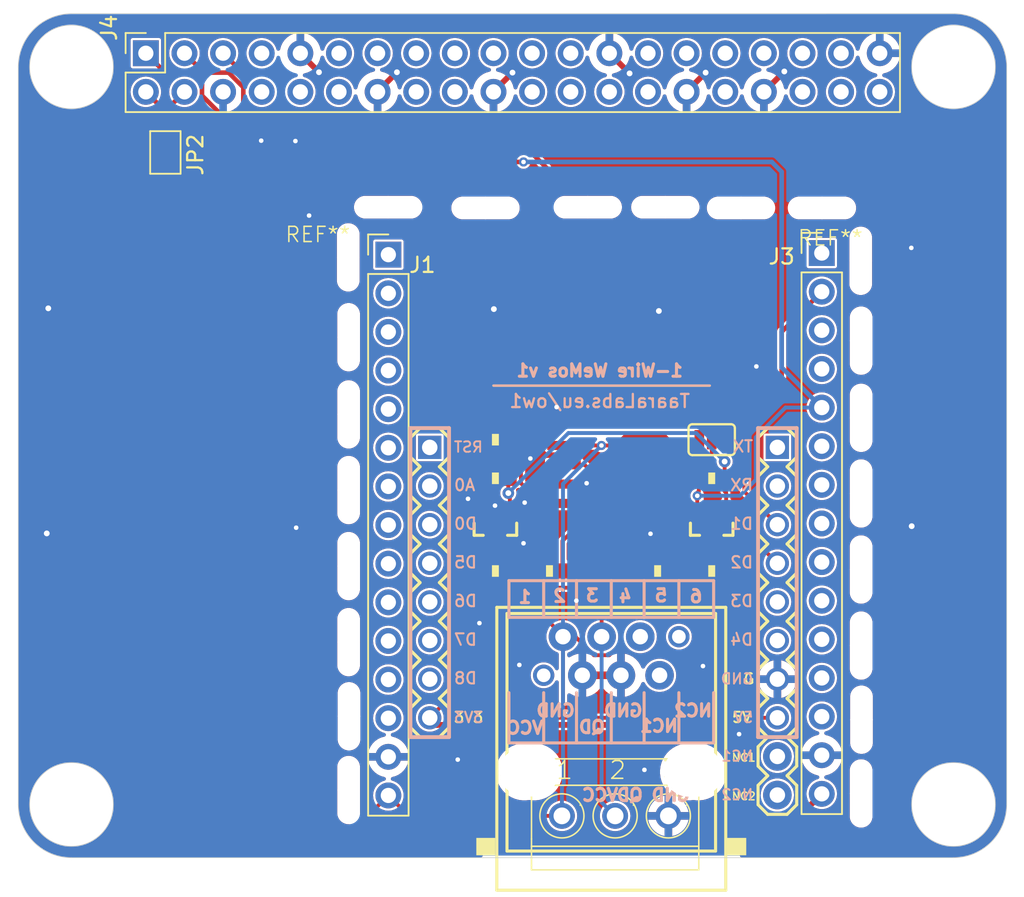
<source format=kicad_pcb>
(kicad_pcb (version 20240108) (generator "pcbnew") (generator_version "8.0")
  (layers (0 "F.Cu" signal) (31 "B.Cu" signal) (34 "B.Paste" user) (35 "F.Paste" user) (36 "B.SilkS" user "B.Silkscreen") (37 "F.SilkS" user "F.Silkscreen") (38 "B.Mask" user) (39 "F.Mask" user) (44 "Edge.Cuts" user))
  (net 0 "")
  (net 1 "/RST")
  (net 2 "GND")
  (net 3 "/A0")
  (net 4 "/D8")
  (net 5 "/D5")
  (net 6 "/D0")
  (net 7 "+3.3V")
  (net 8 "/D7")
  (net 9 "/D6")
  (net 10 "/SCL")
  (net 11 "/D4")
  (net 12 "/D3")
  (net 13 "+5V")
  (net 14 "/TX")
  (net 15 "/SDA")
  (net 16 "/RX")
  (net 17 "/IO")
  (net 18 "/PCTLZ")
  (net 19 "/SDAH")
  (net 20 "/AD0")
  (net 21 "/SCLH")
  (net 22 "/D10")
  (net 25 "/D9")
  (net 28 "/NC1")
  (net 29 "/OW")
  (net 30 "/NC2")
  (net 31 "/RX2")
  (net 32 "/CS")
  (net 33 "/D2")
  (net 34 "/MISO")
  (net 35 "/TX2")
  (net 36 "/MOSI")
  (net 37 "/CLK")
  (net 38 "Net-(Q1-S)")
  (net 46 "Net-(J4-Pin_2)")
  (footprint "" (layer "F.Cu") (at 131.725 103.225)
    (property "Reference" "")
    (property "Value" "")
  )
  (footprint "" (layer "F.Cu") (at 162.85 79.675 90)
    (property "Reference" "")
    (property "Value" "")
  )
  (footprint "1-WireWeMos:0603-RES" (layer "F.Cu") (at 141.376 94.912)
    (property "Reference" "R6" (hide yes))
    (property "Value" "10K")
  )
  (footprint "1-WireWeMos:1X08" (layer "F.Cu") (at 159.918 95.42 -90)
    (property "Reference" "H2" (hide yes))
    (property "Value" "M08")
  )
  (footprint "1-WireWeMos:0603-RES" (layer "F.Cu") (at 141.376 103.548 180)
    (property "Reference" "R7" (hide yes))
    (property "Value" "4.7K")
  )
  (footprint "Connector_PinSocket_2.54mm:PinSocket_2x20_P2.54mm_Vertical" (layer "F.Cu") (at 118.39 69.5 90)
    (property "Reference" "J4")
    (property "Value" "Conn_02x20" (hide yes))
  )
  (footprint "" (layer "F.Cu") (at 165.45 113.325)
    (property "Reference" "")
    (property "Value" "")
  )
  (footprint "" (layer "F.Cu") (at 131.75 113.1)
    (property "Reference" "")
    (property "Value" "")
  )
  (footprint "1-WireWeMos:0603-RES" (layer "F.Cu") (at 152.044 103.548)
    (property "Reference" "R2" (hide yes))
    (property "Value" "120R")
  )
  (footprint "1-WireWeMos:SOT23_401" (layer "F.Cu") (at 148.488 103.548 180)
    (property "Reference" "Q1" (hide yes))
    (property "Value" "BSS84")
  )
  (footprint "" (layer "F.Cu") (at 165.425 98.45)
    (property "Reference" "")
    (property "Value" "")
  )
  (footprint "" (layer "F.Cu") (at 131.725 93.25)
    (property "Reference" "")
    (property "Value" "")
  )
  (footprint "1-WireWeMos:1X08" (layer "F.Cu") (at 137.058 95.42 -90)
    (property "Reference" "H1" (hide yes))
    (property "Value" "M08")
  )
  (footprint "1-WireWeMos:0603-RES" (layer "F.Cu") (at 144.932 103.548 180)
    (property "Reference" "R1" (hide yes))
    (property "Value" "120R")
  )
  (footprint "1-WireWeMos:0603-RES" (layer "F.Cu") (at 141.376 97.452 180)
    (property "Reference" "R5" (hide yes))
    (property "Value" "10K")
  )
  (footprint "1-WireWeMos:TERMINAL-BLOCK-3-PIN-3.5MM-ROUND-PAD" (layer "F.Cu") (at 149.25 119.55)
    (property "Reference" "X2" (hide yes))
    (property "Value" "TERMINAL-BLOCK-3.5MM-3-PIN-ROUND-PAD" (hide yes))
  )
  (footprint "1-WireWeMos:SJ_3_PASTE1&2" (layer "F.Cu") (at 155.6 94.912 180)
    (property "Reference" "SJ1" (hide yes))
    (property "Value" "ADDR")
  )
  (footprint "1-WireWeMos:pad" (layer "F.Cu") (at 131.7 82.925)
    (property "Reference" "REF**")
    (property "Value" "pad")
  )
  (footprint "" (layer "F.Cu") (at 140.725 79.675 90)
    (property "Reference" "")
    (property "Value" "")
  )
  (footprint "" (layer "F.Cu") (at 131.725 98.225)
    (property "Reference" "")
    (property "Value" "")
  )
  (footprint "Jumper:SolderJumper-2_P1.3mm_Bridged2Bar_Pad1.0x1.5mm" (layer "F.Cu") (at 119.675 76.025 -90)
    (property "Reference" "JP2")
    (property "Value" "SolderJumper_2_Open" (hide yes))
  )
  (footprint "" (layer "F.Cu") (at 165.425 118.175)
    (property "Reference" "")
    (property "Value" "")
  )
  (footprint "1-WireWeMos:SO08" (layer "F.Cu") (at 148.488 97.198 -90)
    (property "Reference" "IC1" (hide yes))
    (property "Value" "DS2482-100")
  )
  (footprint "" (layer "F.Cu") (at 165.425 103.45)
    (property "Reference" "")
    (property "Value" "")
  )
  (footprint "1-WireWeMos:pad" (layer "F.Cu") (at 165.4 83.15)
    (property "Reference" "REF**")
    (property "Value" "pad")
  )
  (footprint "Connector_PinHeader_2.54mm:PinHeader_1x15_P2.54mm_Vertical" (layer "F.Cu") (at 162.8369 82.64145)
    (property "Reference" "J3")
    (property "Value" "Conn_01x15_Pin" (hide yes))
  )
  (footprint "" (layer "F.Cu") (at 165.425 88.4)
    (property "Reference" "")
    (property "Value" "")
  )
  (footprint "1-WireWeMos:RJ11-6" (layer "F.Cu") (at 143.916 116.756)
    (property "Reference" "J2" (hide yes))
    (property "Value" "RJ11-6PTH" (hide yes))
  )
  (footprint "" (layer "F.Cu") (at 147.45 79.625 90)
    (property "Reference" "")
    (property "Value" "")
  )
  (footprint "1-WireWeMos:1X02" (layer "F.Cu") (at 159.918 115.74 -90)
    (property "Reference" "JP1" (hide yes))
    (property "Value" "M02PTH")
  )
  (footprint "1-WireWeMos:0603-RES" (layer "F.Cu") (at 155.6 103.548)
    (property "Reference" "R4" (hide yes))
    (property "Value" "10K")
  )
  (footprint "" (layer "F.Cu") (at 165.425 93.475)
    (property "Reference" "")
    (property "Value" "")
  )
  (footprint "1-WireWeMos:0603-RES" (layer "F.Cu") (at 155.6 97.452 180)
    (property "Reference" "R3" (hide yes))
    (property "Value" "10K")
  )
  (footprint "" (layer "F.Cu") (at 131.725 88.175)
    (property "Reference" "")
    (property "Value" "")
  )
  (footprint "Connector_PinHeader_2.54mm:PinHeader_1x15_P2.54mm_Vertical" (layer "F.Cu") (at 134.3369 82.74645)
    (property "Reference" "J1")
    (property "Value" "Conn_01x15_Pin" (hide yes))
  )
  (footprint "" (layer "F.Cu") (at 165.425 108.45)
    (property "Reference" "")
    (property "Value" "")
  )
  (footprint "" (layer "F.Cu") (at 131.725 117.95)
    (property "Reference" "")
    (property "Value" "")
  )
  (footprint "" (layer "F.Cu") (at 134.325 79.625 90)
    (property "Reference" "")
    (property "Value" "")
  )
  (footprint "1-WireWeMos:RJ45-NO-SHIELD_193" (layer "F.Cu") (at 148.996 116.756)
    (property "Reference" "X1" (hide yes))
    (property "Value" "RJ45" (hide yes))
    (fp_line (start 8.4455 5.5118) (end -8.4455 5.5118) (stroke (width 0.01)) (layer "Edge.Cuts"))
  )
  (footprint "1-WireWeMos:SOT23-3" (layer "F.Cu") (at 155.6 100.5 180)
    (property "Reference" "Q2" (hide yes))
    (property "Value" "BSS138")
  )
  (footprint "" (layer "F.Cu") (at 157.525 79.675 90)
    (property "Reference" "")
    (property "Value" "")
  )
  (footprint "1-WireWeMos:SOT23-3" (layer "F.Cu") (at 141.376 100.5 180)
    (property "Reference" "Q3" (hide yes))
    (property "Value" "BSS138")
  )
  (footprint "" (layer "F.Cu") (at 152.55 79.625 90)
    (property "Reference" "")
    (property "Value" "")
  )
  (footprint "" (layer "F.Cu") (at 131.725 108.225)
    (property "Reference" "")
    (property "Value" "")
  )
  (gr_line (start 155.727 114.851) (end 155.727 111.549) (stroke (width 0.2032)) (layer "B.SilkS"))
  (gr_line (start 153.441 106.596) (end 153.441 104.183) (stroke (width 0.2032)) (layer "B.SilkS"))
  (gr_line (start 151.155 106.596) (end 151.155 104.183) (stroke (width 0.2032)) (layer "B.SilkS"))
  (gr_line (start 151.155 104.183) (end 148.996 104.183) (stroke (width 0.2032)) (layer "B.SilkS"))
  (gr_line (start 138.328 94.15) (end 138.328 114.47) (stroke (width 0.254)) (layer "B.SilkS"))
  (gr_line (start 161.188 114.47) (end 158.648 114.47) (stroke (width 0.254)) (layer "B.SilkS"))
  (gr_line (start 144.551 114.851) (end 144.551 111.549) (stroke (width 0.2032)) (layer "B.SilkS"))
  (gr_line (start 146.71 114.851) (end 148.996 114.851) (stroke (width 0.2032)) (layer "B.SilkS"))
  (gr_line (start 153.441 104.183) (end 151.155 104.183) (stroke (width 0.2032)) (layer "B.SilkS"))
  (gr_line (start 151.155 114.851) (end 151.155 111.549) (stroke (width 0.2032)) (layer "B.SilkS"))
  (gr_line (start 142.265 114.851) (end 142.265 111.549) (stroke (width 0.2032)) (layer "B.SilkS"))
  (gr_line (start 155.473 91.356) (end 141.249 91.356) (stroke (width 0.1524)) (layer "B.SilkS"))
  (gr_line (start 138.328 114.47) (end 135.788 114.47) (stroke (width 0.254)) (layer "B.SilkS"))
  (gr_line (start 148.996 106.596) (end 148.996 104.183) (stroke (width 0.2032)) (layer "B.SilkS"))
  (gr_line (start 148.996 114.851) (end 151.155 114.851) (stroke (width 0.2032)) (layer "B.SilkS"))
  (gr_line (start 144.551 104.183) (end 142.265 104.183) (stroke (width 0.2032)) (layer "B.SilkS"))
  (gr_line (start 142.265 106.596) (end 142.265 104.183) (stroke (width 0.2032)) (layer "B.SilkS"))
  (gr_line (start 146.71 106.596) (end 146.71 104.183) (stroke (width 0.2032)) (layer "B.SilkS"))
  (gr_line (start 148.996 104.183) (end 146.71 104.183) (stroke (width 0.2032)) (layer "B.SilkS"))
  (gr_line (start 144.551 114.851) (end 146.71 114.851) (stroke (width 0.2032)) (layer "B.SilkS"))
  (gr_line (start 161.188 94.15) (end 161.188 114.47) (stroke (width 0.254)) (layer "B.SilkS"))
  (gr_line (start 135.788 94.15) (end 138.328 94.15) (stroke (width 0.254)) (layer "B.SilkS"))
  (gr_line (start 148.996 114.851) (end 148.996 111.549) (stroke (width 0.2032)) (layer "B.SilkS"))
  (gr_line (start 135.788 114.47) (end 135.788 94.15) (stroke (width 0.254)) (layer "B.SilkS"))
  (gr_line (start 146.71 104.183) (end 144.551 104.183) (stroke (width 0.2032)) (layer "B.SilkS"))
  (gr_line (start 144.551 106.469) (end 144.551 104.183) (stroke (width 0.2032)) (layer "B.SilkS"))
  (gr_line (start 155.727 104.183) (end 153.441 104.183) (stroke (width 0.2032)) (layer "B.SilkS"))
  (gr_line (start 155.727 106.596) (end 155.727 104.183) (stroke (width 0.2032)) (layer "B.SilkS"))
  (gr_line (start 158.648 94.15) (end 161.188 94.15) (stroke (width 0.254)) (layer "B.SilkS"))
  (gr_line (start 146.71 114.851) (end 146.71 111.549) (stroke (width 0.2032)) (layer "B.SilkS"))
  (gr_line (start 142.265 106.596) (end 155.727 106.596) (stroke (width 0.2032)) (layer "B.SilkS"))
  (gr_line (start 158.648 114.47) (end 158.648 94.15) (stroke (width 0.254)) (layer "B.SilkS"))
  (gr_line (start 151.155 114.851) (end 153.441 114.851) (stroke (width 0.2032)) (layer "B.SilkS"))
  (gr_line (start 153.441 114.851) (end 155.727 114.851) (stroke (width 0.2032)) (layer "B.SilkS"))
  (gr_line (start 142.265 114.851) (end 144.551 114.851) (stroke (width 0.2032)) (layer "B.SilkS"))
  (gr_line (start 153.441 114.851) (end 153.441 111.549) (stroke (width 0.2032)) (layer "B.SilkS"))
  (gr_line (start 141.249 91.356) (end 155.473 91.356) (stroke (width 0.1524)) (layer "F.SilkS"))
  (gr_arc (start 175 118.9) (mid 173.974874 121.374874) (end 171.5 122.4) (stroke (width 0.05)) (layer "Edge.Cuts"))
  (gr_line (start 110 70.4) (end 110 118.9) (stroke (width 0.05)) (layer "Edge.Cuts"))
  (gr_circle (center 113.5 118.9) (end 116.25 118.9) (stroke (width 0.05)) (fill none) (layer "Edge.Cuts"))
  (gr_arc (start 113.5 122.4) (mid 111.025126 121.374874) (end 110 118.9) (stroke (width 0.05)) (layer "Edge.Cuts"))
  (gr_arc (start 171.575026 66.898573) (mid 173.958712 67.905936) (end 175 70.275) (stroke (width 0.05)) (layer "Edge.Cuts"))
  (gr_line (start 171.575026 66.898573) (end 113.5 66.9) (stroke (width 0.05)) (layer "Edge.Cuts"))
  (gr_line (start 175 70.275) (end 175 118.9) (stroke (width 0.05)) (layer "Edge.Cuts"))
  (gr_circle (center 171.5 118.9) (end 174.25 118.9) (stroke (width 0.05)) (fill none) (layer "Edge.Cuts"))
  (gr_circle (center 171.5 70.4) (end 174.25 70.4) (stroke (width 0.05)) (fill none) (layer "Edge.Cuts"))
  (gr_arc (start 110 70.4) (mid 111.025126 67.925126) (end 113.5 66.9) (stroke (width 0.05)) (layer "Edge.Cuts"))
  (gr_line (start 113.5 122.4) (end 171.5 122.4) (stroke (width 0.05)) (layer "Edge.Cuts"))
  (gr_circle (center 113.5 70.4) (end 110.75 70.4) (stroke (width 0.05)) (fill none) (layer "Edge.Cuts"))
  (gr_text "TaaraLabs.eu/ow1" (at 148.234 92.88 0) (layer "B.SilkS") (effects (font (size 0.8636 0.8636) (thickness 0.1524)) (justify bottom mirror)))
  (gr_text "GND" (at 151.536 118.28 0) (layer "B.SilkS") (effects (font (size 0.8128 0.8128) (thickness 0.2032)) (justify right mirror)))
  (gr_text "GND" (at 151.155 113.2 0) (layer "B.SilkS") (effects (font (size 0.8128 0.8128) (thickness 0.2032)) (justify left bottom mirror)))
  (gr_text "2" (at 146.1119 105.66145 0) (layer "B.SilkS") (effects (font (size 0.8128 0.8128) (thickness 0.2032)) (justify left bottom mirror)))
  (gr_text "D1" (at 158.394 100.881 0) (layer "B.SilkS") (effects (font (size 0.75565 0.75565) (thickness 0.13335)) (justify left bottom mirror)))
  (gr_text "A0" (at 138.582 98.341 0) (layer "B.SilkS") (effects (font (size 0.75565 0.75565) (thickness 0.13335)) (justify right bottom mirror)))
  (gr_text "NC2" (at 158.394 118.661 0) (layer "B.SilkS") (effects (font (size 0.69088 0.69088) (thickness 0.12192)) (justify left bottom mirror)))
  (gr_text "GND" (at 158.394 111.041 0) (layer "B.SilkS") (effects (font (size 0.69088 0.69088) (thickness 0.12192)) (justify left bottom mirror)))
  (gr_text "NC1" (at 153.4869 114.21145 0) (layer "B.SilkS") (effects (font (size 0.8128 0.8128) (thickness 0.2032)) (justify left bottom mirror)))
  (gr_text "4" (at 150.4369 105.68645 0) (layer "B.SilkS") (effects (font (size 0.8128 0.8128) (thickness 0.2032)) (justify left bottom mirror)))
  (gr_text "QD" (at 148.6869 114.28645 0) (layer "B.SilkS") (effects (font (size 0.8128 0.8128) (thickness 0.2032)) (justify left bottom mirror)))
  (gr_text "RST" (at 138.582 95.801 0) (layer "B.SilkS") (effects (font (size 0.69088 0.69088) (thickness 0.12192)) (justify right bottom mirror)))
  (gr_text "D3" (at 158.394 105.961 0) (layer "B.SilkS") (effects (font (size 0.75565 0.75565) (thickness 0.13335)) (justify left bottom mirror)))
  (gr_text "D4" (at 158.394 108.501 0) (layer "B.SilkS") (effects (font (size 0.75565 0.75565) (thickness 0.13335)) (justify left bottom mirror)))
  (gr_text "1-Wire WeMos v1" (at 148.234 90.848 0) (layer "B.SilkS") (effects (font (size 0.8128 0.8128) (thickness 0.2032)) (justify bottom mirror)))
  (gr_text "TX" (at 158.394 95.801 0) (layer "B.SilkS") (effects (font (size 0.75565 0.75565) (thickness 0.13335)) (justify left bottom mirror)))
  (gr_text "D6" (at 138.582 105.961 0) (layer "B.SilkS") (effects (font (size 0.75565 0.75565) (thickness 0.13335)) (justify right bottom mirror)))
  (gr_text "6" (at 155.0869 105.68645 0) (layer "B.SilkS") (effects (font (size 0.8128 0.8128) (thickness 0.2032)) (justify left bottom mirror)))
  (gr_text "D0" (at 138.582 100.881 0) (layer "B.SilkS") (effects (font (size 0.75565 0.75565) (thickness 0.13335)) (justify right bottom mirror)))
  (gr_text "VCC" (at 144.6369 114.33645 0) (layer "B.SilkS") (effects (font (size 0.8128 0.8128) (thickness 0.2032)) (justify left bottom mirror)))
  (gr_text "D2" (at 158.394 103.421 0) (layer "B.SilkS") (effects (font (size 0.75565 0.75565) (thickness 0.13335)) (justify left bottom mirror)))
  (gr_text "GND" (at 146.71 113.2 0) (layer "B.SilkS") (effects (font (size 0.8128 0.8128) (thickness 0.2032)) (justify left bottom mirror)))
  (gr_text "1" (at 143.8369 105.73645 0) (layer "B.SilkS") (effects (font (size 0.8128 0.8128) (thickness 0.2032)) (justify left bottom mirror)))
  (gr_text "D5" (at 138.582 103.421 0) (layer "B.SilkS") (effects (font (size 0.75565 0.75565) (thickness 0.13335)) (justify right bottom mirror)))
  (gr_text "3V3" (at 138.582 113.581 0) (layer "B.SilkS") (effects (font (size 0.69088 0.69088) (thickness 0.12192)) (justify right bottom mirror)))
  (gr_text "NC1" (at 158.394 116.121 0) (layer "B.SilkS") (effects (font (size 0.69088 0.69088) (thickness 0.12192)) (justify left bottom mirror)))
  (gr_text "D8" (at 138.582 111.041 0) (layer "B.SilkS") (effects (font (size 0.75565 0.75565) (thickness 0.13335)) (justify right bottom mirror)))
  (gr_text "QD" (at 149.25 118.28 0) (layer "B.SilkS") (effects (font (size 0.8128 0.8128) (thickness 0.2032)) (justify right mirror)))
  (gr_text "5" (at 152.7869 105.63645 0) (layer "B.SilkS") (effects (font (size 0.8128 0.8128) (thickness 0.2032)) (justify left bottom mirror)))
  (gr_text "3" (at 148.2619 105.63645 0) (layer "B.SilkS") (effects (font (size 0.8128 0.8128) (thickness 0.2032)) (justify left bottom mirror)))
  (gr_text "D7" (at 138.582 108.501 0) (layer "B.SilkS") (effects (font (size 0.75565 0.75565) (thickness 0.13335)) (justify right bottom mirror)))
  (gr_text "NC2" (at 155.727 113.2 0) (layer "B.SilkS") (effects (font (size 0.8128 0.8128) (thickness 0.2032)) (justify left bottom mirror)))
  (gr_text "VCC" (at 146.964 118.28 0) (layer "B.SilkS") (effects (font (size 0.8128 0.8128) (thickness 0.2032)) (justify right mirror)))
  (gr_text "5V" (at 158.394 113.581 0) (layer "B.SilkS") (effects (font (size 0.69088 0.69088) (thickness 0.12192)) (justify left bottom mirror)))
  (gr_text "RX" (at 158.394 98.341 0) (layer "B.SilkS") (effects (font (size 0.75565 0.75565) (thickness 0.13335)) (justify left bottom mirror)))
  (gr_text "G" (at 157.632 111.041 0) (layer "F.SilkS") (effects (font (size 0.69088 0.69088) (thickness 0.12192)) (justify left bottom)))
  (gr_text "NC1" (at 156.87 116.121 0) (layer "F.SilkS") (effects (font (size 0.51816 0.51816) (thickness 0.09144)) (justify left bottom)))
  (gr_text "NC2" (at 156.87 118.661 0) (layer "F.SilkS") (effects (font (size 0.51816 0.51816) (thickness 0.09144)) (justify left bottom)))
  (gr_text "5V" (at 156.87 113.581 0) (layer "F.SilkS") (effects (font (size 0.69088 0.69088) (thickness 0.12192)) (justify left bottom)))
  (gr_text "3V3" (at 138.582 113.581 0) (layer "F.SilkS") (effects (font (size 0.69088 0.69088) (thickness 0.12192)) (justify left bottom)))
  (segment (start 133.63 72.02) (end 134.9 70.75) (width 0.381) (layer "F.Cu") (net 2))
  (segment (start 153.95 72.025) (end 155.2 70.775) (width 0.381) (layer "F.Cu") (net 2))
  (segment (start 153.95 72.04) (end 153.95 72.025) (width 0.381) (layer "F.Cu") (net 2))
  (segment (start 133.63 72.04) (end 133.63 72.02) (width 0.381) (layer "F.Cu") (net 2))
  (segment (start 148.87 69.5) (end 148.875 69.5) (width 0.381) (layer "F.Cu") (net 2))
  (segment (start 159.035 72.04) (end 160.375 70.7) (width 0.381) (layer "F.Cu") (net 2))
  (segment (start 145.888 97.833) (end 147.317 97.833) (width 0.2) (layer "F.Cu") (net 2))
  (segment (start 147.317 97.833) (end 147.375 97.775) (width 0.2) (layer "F.Cu") (net 2))
  (segment (start 141.25 72.04) (end 141.25 72.025) (width 0.381) (layer "F.Cu") (net 2))
  (segment (start 128.55 69.5) (end 128.55 69.525) (width 0.381) (layer "F.Cu") (net 2))
  (segment (start 128.55 69.525) (end 129.775 70.75) (width 0.381) (layer "F.Cu") (net 2))
  (segment (start 148.875 69.5) (end 150.2 70.825) (width 0.381) (layer "F.Cu") (net 2))
  (segment (start 159.03 72.04) (end 159.035 72.04) (width 0.381) (layer "F.Cu") (net 2))
  (segment (start 141.25 72.025) (end 142.5 70.775) (width 0.381) (layer "F.Cu") (net 2))
  (via (at 145.4 92.768375) (size 0.6) (drill 0.3) (layers "F.Cu" "B.Cu") (net 2))
  (via (at 155.025 109.8) (size 0.6) (drill 0.3) (layers "F.Cu" "B.Cu") (net 2))
  (via (at 143.225 101.725) (size 0.6) (drill 0.3) (layers "F.Cu" "B.Cu") (net 2))
  (via (at 157.4 114.275) (size 0.6) (drill 0.3) (layers "F.Cu" "B.Cu") (net 2))
  (via (at 168.75 100.6) (size 0.762) (drill 0.381) (layers "F.Cu" "B.Cu") (net 2))
  (via (at 125.975 75.25) (size 0.6) (drill 0.3) (layers "F.Cu" "B.Cu") (net 2))
  (via (at 140.325 106.975) (size 0.6) (drill 0.3) (layers "F.Cu" "B.Cu") (net 2))
  (via (at 160.375 70.7) (size 0.762) (drill 0.381) (layers "F.Cu" "B.Cu") (net 2))
  (via (at 143.3 99.05) (size 0.6) (drill 0.3) (layers "F.Cu" "B.Cu") (net 2))
  (via (at 147.375 97.775) (size 0.6) (drill 0.3) (layers "F.Cu" "B.Cu") (net 2))
  (via (at 155.2 70.775) (size 0.762) (drill 0.381) (layers "F.Cu" "B.Cu") (net 2))
  (via (at 151.575 101.1) (size 0.6) (drill 0.3) (layers "F.Cu" "B.Cu") (net 2))
  (via (at 142.5 70.775) (size 0.762) (drill 0.381) (layers "F.Cu" "B.Cu") (net 2))
  (via (at 158.536314 90.096364) (size 0.6) (drill 0.3) (layers "F.Cu" "B.Cu") (net 2))
  (via (at 146.7 105.5) (size 0.6) (drill 0.3) (layers "F.Cu" "B.Cu") (net 2))
  (via (at 143.675 96.15) (size 0.6) (drill 0.3) (layers "F.Cu" "B.Cu") (net 2))
  (via (at 152.125 86.45) (size 0.762) (drill 0.381) (layers "F.Cu" "B.Cu") (net 2))
  (via (at 129.775 70.75) (size 0.762) (drill 0.381) (layers "F.Cu" "B.Cu") (net 2))
  (via (at 151.175 116.625) (size 0.6) (drill 0.3) (layers "F.Cu" "B.Cu") (net 2))
  (via (at 134.9 70.75) (size 0.762) (drill 0.381) (layers "F.Cu" "B.Cu") (net 2))
  (via (at 111.975 86.275) (size 0.762) (drill 0.381) (layers "F.Cu" "B.Cu") (net 2))
  (via (at 111.875 101.075) (size 0.762) (drill 0.381) (layers "F.Cu" "B.Cu") (net 2))
  (via (at 168.725 82.3) (size 0.6) (drill 0.3) (layers "F.Cu" "B.Cu") (net 2))
  (via (at 129.125 80.175) (size 0.6) (drill 0.3) (layers "F.Cu" "B.Cu") (net 2))
  (via (at 128.275 100.7) (size 0.6) (drill 0.3) (layers "F.Cu" "B.Cu") (net 2))
  (via (at 141.35 99.25) (size 0.6) (drill 0.3) (layers "F.Cu" "B.Cu") (net 2))
  (via (at 138.9 115.95) (size 0.6) (drill 0.3) (layers "F.Cu" "B.Cu") (net 2))
  (via (at 142.95 109.725) (size 0.6) (drill 0.3) (layers "F.Cu" "B.Cu") (net 2))
  (via (at 139.575 98.8) (size 0.6) (drill 0.3) (layers "F.Cu" "B.Cu") (net 2))
  (via (at 150.2 70.825) (size 0.762) (drill 0.381) (layers "F.Cu" "B.Cu") (net 2))
  (via (at 128.225 75.275) (size 0.6) (drill 0.3) (layers "F.Cu" "B.Cu") (net 2))
  (via (at 141.275 86.325) (size 0.762) (drill 0.381) (layers "F.Cu" "B.Cu") (net 2))
  (segment (start 156.55 98.402) (end 156.45 98.302) (width 0.254) (layer "F.Cu") (net 7))
  (segment (start 140.106 100.5) (end 141.884 100.5) (width 0.254) (layer "F.Cu") (net 7))
  (segment (start 162.8369 118.20145) (end 161.47565 119.5627) (width 0.381) (layer "F.Cu") (net 7))
  (segment (start 138.4 83.725) (end 137.05 82.375) (width 0.254) (layer "F.Cu") (net 7))
  (segment (start 154.546807 113.6699) (end 137.5279 113.6699) (width 0.381) (layer "F.Cu") (net 7))
  (segment (start 121.40734 70.8876) (end 122.0824 71.56266) (width 0.3) (layer "F.Cu") (net 7))
  (segment (start 122.0824 71.56266) (end 122.0824 72.28214) (width 0.3) (layer "F.Cu") (net 7))
  (segment (start 159.386688 119.5627) (end 156.8 116.976012) (width 0.381) (layer "F.Cu") (net 7))
  (segment (start 142.226 98.425) (end 142.226 98.556) (width 0.254) (layer "F.Cu") (net 7))
  (segment (start 142.226 98.556) (end 142.326 98.656) (width 0.254) (layer "F.Cu") (net 7))
  (segment (start 142.326 98.656) (end 142.326 99.5) (width 0.254) (layer "F.Cu") (net 7))
  (segment (start 142.326 100.058) (end 142.326 99.5) (width 0.254) (layer "F.Cu") (net 7))
  (segment (start 126.95026 77.15) (end 136.1 77.15) (width 0.3) (layer "F.Cu") (net 7))
  (segment (start 156.8 116.976012) (end 156.8 115.923093) (width 0.381) (layer "F.Cu") (net 7))
  (segment (start 139.6155 100.9905) (end 138.4 99.775) (width 0.254) (layer "F.Cu") (net 7))
  (segment (start 118.39 69.5) (end 119.7776 70.8876) (width 0.3) (layer "F.Cu") (net 7))
  (segment (start 137.05 78.1) (end 136.375 77.425) (width 0.254) (layer "F.Cu") (net 7))
  (segment (start 139.6155 100.9905) (end 140.106 100.5) (width 0.254) (layer "F.Cu") (net 7))
  (segment (start 156.8 115.923093) (end 154.546807 113.6699) (width 0.381) (layer "F.Cu") (net 7))
  (segment (start 142.226 97.452) (end 142.226 98.425) (width 0.254) (layer "F.Cu") (net 7))
  (segment (start 137.05 82.375) (end 137.05 78.1) (width 0.254) (layer "F.Cu") (net 7))
  (segment (start 137.058 113.2) (end 139.09 111.168) (width 0.254) (layer "F.Cu") (net 7))
  (segment (start 122.0824 72.28214) (end 126.95026 77.15) (width 0.3) (layer "F.Cu") (net 7))
  (segment (start 154.32832 113.5794) (end 137.4374 113.5794) (width 0.2) (layer "F.Cu") (net 7))
  (segment (start 156.45 97.452) (end 156.45 96.35) (width 0.254) (layer "F.Cu") (net 7))
  (segment (start 119.7776 70.8876) (end 121.40734 70.8876) (width 0.3) (layer "F.Cu") (net 7))
  (segment (start 139.09 101.516) (end 139.6155 100.9905) (width 0.254) (layer "F.Cu") (net 7))
  (segment (start 156.45 98.302) (end 156.45 97.452) (width 0.254) (layer "F.Cu") (net 7))
  (segment (start 139.09 111.168) (end 139.09 101.516) (width 0.254) (layer "F.Cu") (net 7))
  (segment (start 137.4374 113.5794) (end 137.058 113.2) (width 0.2) (layer "F.Cu") (net 7))
  (segment (start 136.1 77.15) (end 136.375 77.425) (width 0.3) (layer "F.Cu") (net 7))
  (segment (start 137.5279 113.6699) (end 137.058 113.2) (width 0.381) (layer "F.Cu") (net 7))
  (segment (start 138.4 99.775) (end 138.4 83.725) (width 0.254) (layer "F.Cu") (net 7))
  (segment (start 156.55 99.5) (end 156.55 98.402) (width 0.254) (layer "F.Cu") (net 7))
  (segment (start 161.47565 119.5627) (end 159.386688 119.5627) (width 0.381) (layer "F.Cu") (net 7))
  (segment (start 141.884 100.5) (end 142.326 100.058) (width 0.254) (layer "F.Cu") (net 7))
  (via (at 142.226 98.425) (size 0.762) (drill 0.381) (layers "F.Cu" "B.Cu") (net 7))
  (via (at 156.45 96.35) (size 0.762) (drill 0.381) (layers "F.Cu" "B.Cu") (net 7))
  (segment (start 142.226 98.425) (end 146.176 94.475) (width 0.254) (layer "B.Cu") (net 7))
  (segment (start 154.575 94.475) (end 156.45 96.35) (width 0.254) (layer "B.Cu") (net 7))
  (segment (start 146.176 94.475) (end 154.575 94.475) (width 0.254) (layer "B.Cu") (net 7))
  (segment (start 157.75 94.326832) (end 157.75 98.332) (width 0.254) (layer "F.Cu") (net 10))
  (segment (start 162.8369 85.18145) (end 160.2 87.81835) (width 0.3) (layer "F.Cu") (net 10))
  (segment (start 126.775 70.75) (end 127.325 71.3) (width 0.3) (layer "F.Cu") (net 10))
  (segment (start 139.2902 94.127932) (end 139.826932 93.5912) (width 0.254) (layer "F.Cu") (net 10))
  (segment (start 139.2902 96.2162) (end 139.2902 94.127932) (width 0.254) (layer "F.Cu") (net 10))
  (segment (start 140.4108 97.3758) (end 140.526 97.452) (width 0.2032) (layer "F.Cu") (net 10))
  (segment (start 144.75 77.05) (end 144.75 93.5412) (width 0.3) (layer "F.Cu") (net 10))
  (segment (start 123.47 69.5) (end 124.72 70.75) (width 0.3) (layer "F.Cu") (net 10))
  (segment (start 139.826932 93.5912) (end 157.014368 93.5912) (width 0.254) (layer "F.Cu") (net 10))
  (segment (start 157.75 98.332) (end 159.918 100.5) (width 0.254) (layer "F.Cu") (net 10))
  (segment (start 157.014368 93.5912) (end 157.75 94.326832) (width 0.254) (layer "F.Cu") (net 10))
  (segment (start 130.05 75.65) (end 143.35 75.65) (width 0.3) (layer "F.Cu") (net 10))
  (segment (start 140.526 98.556) (end 140.426 98.656) (width 0.254) (layer "F.Cu") (net 10))
  (segment (start 140.426 98.656) (end 140.426 99.5) (width 0.254) (layer "F.Cu") (net 10))
  (segment (start 140.526 97.452) (end 140.526 98.556) (width 0.254) (layer "F.Cu") (net 10))
  (segment (start 160.2 87.81835) (end 160.2 90.775) (width 0.3) (layer "F.Cu") (net 10))
  (segment (start 124.72 70.75) (end 126.775 70.75) (width 0.3) (layer "F.Cu") (net 10))
  (segment (start 144.75 93.5412) (end 144.7 93.5912) (width 0.3) (layer "F.Cu") (net 10))
  (segment (start 127.325 72.925) (end 130.05 75.65) (width 0.3) (layer "F.Cu") (net 10))
  (segment (start 140.526 97.452) (end 139.2902 96.2162) (width 0.254) (layer "F.Cu") (net 10))
  (segment (start 127.325 71.3) (end 127.325 72.925) (width 0.3) (layer "F.Cu") (net 10))
  (segment (start 143.35 75.65) (end 144.75 77.05) (width 0.3) (layer "F.Cu") (net 10))
  (segment (start 160.2 90.775) (end 157.215347 93.759653) (width 0.3) (layer "F.Cu") (net 10))
  (segment (start 148.866012 109.0852) (end 149.5802 108.371013) (width 0.254) (layer "F.Cu") (net 13))
  (segment (start 152.298 105.072) (end 152.894 104.476) (width 0.254) (layer "F.Cu") (net 13))
  (segment (start 152.7504 94.912) (end 154.7872 94.912) (width 0.254) (layer "F.Cu") (net 13))
  (segment (start 143.3906 94.1326) (end 141.3054 94.1326) (width 0.254) (layer "F.Cu") (net 13))
  (segment (start 129.55 121.525) (end 120.302 112.277) (width 0.254) (layer "F.Cu") (net 13))
  (segment (start 152.552 94.7136) (end 152.7504 94.912) (width 0.254) (layer "F.Cu") (net 13))
  (segment (start 149.5802 106.0118) (end 150.52 105.072) (width 0.254) (layer "F.Cu") (net 13))
  (segment (start 149.872268 94.7136) (end 152.552 94.7136) (width 0.254) (layer "F.Cu") (net 13))
  (segment (start 149.292868 95.293) (end 149.7086 94.877269) (width 0.254) (layer "F.Cu") (net 13))
  (segment (start 142.773 104.564) (end 140.868 104.564) (width 0.254) (layer "F.Cu") (net 13))
  (segment (start 147.855987 109.0852) (end 148.866012 109.0852) (width 0.254) (layer "F.Cu") (net 13))
  (segment (start 145.75 119.65) (end 135.68045 119.65) (width 0.254) (layer "F.Cu") (net 13))
  (segment (start 152.894 104.476) (end 152.894 103.548) (width 0.254) (layer "F.Cu") (net 13))
  (segment (start 150.52 105.072) (end 152.298 105.072) (width 0.254) (layer "F.Cu") (net 13))
  (segment (start 144.551 95.293) (end 145.888 95.293) (width 0.254) (layer "F.Cu") (net 13))
  (segment (start 141.3054 94.1326) (end 140.526 94.912) (width 0.254) (layer "F.Cu") (net 13))
  (segment (start 120.302 77.302) (end 119.675 76.675) (width 0.254) (layer "F.Cu") (net 13))
  (segment (start 145.821 107.866) (end 145.821 112.311) (width 0.254) (layer "F.Cu") (net 13))
  (segment (start 152.894 103.548) (end 154.75 103.548) (width 0.254) (layer "F.Cu") (net 13))
  (segment (start 152.8568 103.5988) (end 152.894 103.548) (width 0.2032) (layer "F.Cu") (net 13))
  (segment (start 140.526 104.222) (end 140.526 103.548) (width 0.254) (layer "F.Cu") (net 13))
  (segment (start 140.868 104.564) (end 140.526 104.222) (width 0.254) (layer "F.Cu") (net 13))
  (segment (start 145.821 107.866) (end 142.773 104.564) (width 0.254) (layer "F.Cu") (net 13))
  (segment (start 149.5802 108.371013) (end 149.5802 106.0118) (width 0.254) (layer "F.Cu") (net 13))
  (segment (start 149.715934 94.869935) (end 149.7086 94.877269) (width 0.254) (layer "F.Cu") (net 13))
  (segment (start 145.888 95.293) (end 148.35 95.293) (width 0.254) (layer "F.Cu") (net 13))
  (segment (start 134.3369 118.30645) (end 131.11835 121.525) (width 0.254) (layer "F.Cu") (net 13))
  (segment (start 135.68045 119.65) (end 134.3369 118.30645) (width 0.254) (layer "F.Cu") (net 13))
  (segment (start 149.872268 94.7136) (end 149.715934 94.869935) (width 0.254) (layer "F.Cu") (net 13))
  (segment (start 131.11835 121.525) (end 129.55 121.525) (width 0.254) (layer "F.Cu") (net 13))
  (segment (start 145.821 107.866) (end 146.636787 107.866) (width 0.254) (layer "F.Cu") (net 13))
  (segment (start 146.71 113.2) (end 159.918 113.2) (width 0.254) (layer "F.Cu") (net 13))
  (segment (start 144.551 95.293) (end 143.3906 94.1326) (width 0.254) (layer "F.Cu") (net 13))
  (segment (start 145.821 112.311) (end 146.71 113.2) (width 0.254) (layer "F.Cu") (net 13))
  (segment (start 146.636787 107.866) (end 147.855987 109.0852) (width 0.254) (layer "F.Cu") (net 13))
  (segment (start 120.302 112.277) (end 120.302 77.302) (width 0.254) (layer "F.Cu") (net 13))
  (segment (start 148.35 95.293) (end 149.292868 95.293) (width 0.254) (layer "F.Cu") (net 13))
  (via (at 148.35 95.293) (size 0.6) (drill 0.3) (layers "F.Cu" "B.Cu") (net 13))
  (segment (start 148.35 95.293) (end 145.821 97.822) (width 0.254) (layer "B.Cu") (net 13))
  (segment (start 145.821 97.822) (end 145.821 107.866) (width 0.254) (layer "B.Cu") (net 13))
  (segment (start 145.821 115.895075) (end 145.8718 115.945875) (width 0.254) (layer "B.Cu") (net 13))
  (segment (start 145.8718 117.566125) (end 145.75 117.687925) (width 0.254) (layer "B.Cu") (net 13))
  (segment (start 145.821 107.866) (end 145.821 115.895075) (width 0.254) (layer "B.Cu") (net 13))
  (segment (start 145.75 119.65) (end 145.75 117.687925) (width 0.254) (layer "B.Cu") (net 13))
  (segment (start 145.8718 115.945875) (end 145.8718 117.566125) (width 0.254) (layer "B.Cu") (net 13))
  (segment (start 154.75 98.302) (end 154.75 97.452) (width 0.254) (layer "F.Cu") (net 15))
  (segment (start 128.375 76.65) (end 143.225 76.65) (width 0.3) (layer "F.Cu") (net 15))
  (segment (start 154.65 99.5) (end 155.8 100.65) (width 0.254) (layer "F.Cu") (net 15))
  (segment (start 155.8 100.65) (end 157.528 100.65) (width 0.254) (layer "F.Cu") (net 15))
  (segment (start 122.205 70.775) (end 123.83474 70.775) (width 0.3) (layer "F.Cu") (net 15))
  (segment (start 154.65 98.402) (end 154.75 98.302) (width 0.254) (layer "F.Cu") (net 15))
  (segment (start 154.65 99.5) (end 154.65 98.6) (width 0.254) (layer "F.Cu") (net 15))
  (segment (start 154.65 98.6) (end 154.65 98.402) (width 0.254) (layer "F.Cu") (net 15))
  (segment (start 120.93 69.5) (end 122.205 70.775) (width 0.3) (layer "F.Cu") (net 15))
  (segment (start 124.8 73.075) (end 128.375 76.65) (width 0.3) (layer "F.Cu") (net 15))
  (segment (start 157.528 100.65) (end 159.918 103.04) (width 0.254) (layer "F.Cu") (net 15))
  (segment (start 124.8 71.74026) (end 124.8 73.075) (width 0.3) (layer "F.Cu") (net 15))
  (segment (start 123.83474 70.775) (end 124.8 71.74026) (width 0.3) (layer "F.Cu") (net 15))
  (via (at 143.225 76.65) (size 0.6) (drill 0.3) (layers "F.Cu" "B.Cu") (net 15))
  (via (at 154.65 98.6) (size 0.6) (drill 0.3) (layers "F.Cu" "B.Cu") (net 15))
  (segment (start 154.65 98.6) (end 157.45 98.6) (width 0.254) (layer "B.Cu") (net 15))
  (segment (start 160.45375 92.80145) (end 162.8369 92.80145) (width 0.254) (layer "B.Cu") (net 15))
  (segment (start 158.5 97.55) (end 158.5 94.7552) (width 0.254) (layer "B.Cu") (net 15))
  (segment (start 162.8369 92.80145) (end 160.2 90.16455) (width 0.3) (layer "B.Cu") (net 15))
  (segment (start 160.2 90.16455) (end 160.2 77.3) (width 0.3) (layer "B.Cu") (net 15))
  (segment (start 157.45 98.6) (end 158.5 97.55) (width 0.254) (layer "B.Cu") (net 15))
  (segment (start 160.2 77.3) (end 159.55 76.65) (width 0.3) (layer "B.Cu") (net 15))
  (segment (start 158.5 94.7552) (end 160.45375 92.80145) (width 0.254) (layer "B.Cu") (net 15))
  (segment (start 159.55 76.65) (end 143.225 76.65) (width 0.3) (layer "B.Cu") (net 15))
  (segment (start 148.052 97.373) (end 148.052 99.308869) (width 0.254) (layer "F.Cu") (net 17))
  (segment (start 148.052 99.308869) (end 145.782 101.578869) (width 0.254) (layer "F.Cu") (net 17))
  (segment (start 145.782 101.578869) (end 145.782 103.548) (width 0.254) (layer "F.Cu") (net 17))
  (segment (start 145.888 96.563) (end 147.242 96.563) (width 0.254) (layer "F.Cu") (net 17))
  (segment (start 147.242 96.563) (end 148.052 97.373) (width 0.254) (layer "F.Cu") (net 17))
  (segment (start 149.631 97.833) (end 151.088 97.833) (width 0.254) (layer "F.Cu") (net 18))
  (segment (start 149.438 98.026) (end 149.631 97.833) (width 0.254) (layer "F.Cu") (net 18))
  (segment (start 151.0788 97.9092) (end 151.088 97.833) (width 0.2032) (layer "F.Cu") (net 18))
  (segment (start 149.438 102.448) (end 149.438 98.026) (width 0.254) (layer "F.Cu") (net 18))
  (segment (start 156.362 102.532) (end 155.854 102.532) (width 0.254) (layer "F.Cu") (net 19))
  (segment (start 152.425 99.103) (end 154.922 101.6) (width 0.254) (layer "F.Cu") (net 19))
  (segment (start 155.854 102.532) (end 155.6 102.278) (width 0.254) (layer "F.Cu") (net 19))
  (segment (start 156.45 102.62) (end 156.362 102.532) (width 0.254) (layer "F.Cu") (net 19))
  (segment (start 154.922 101.6) (end 155.6 101.6) (width 0.254) (layer "F.Cu") (net 19))
  (segment (start 151.088 99.103) (end 152.425 99.103) (width 0.254) (layer "F.Cu") (net 19))
  (segment (start 155.6 102.278) (end 155.6 101.6) (width 0.254) (layer "F.Cu") (net 19))
  (segment (start 156.45 103.548) (end 156.45 102.62) (width 0.254) (layer "F.Cu") (net 19))
  (segment (start 151.088 95.293) (end 152.425 95.293) (width 0.254) (layer "F.Cu") (net 20))
  (segment (start 152.425 95.293) (end 153.2886 96.1566) (width 0.254) (layer "F.Cu") (net 20))
  (segment (start 155.3714 96.1566) (end 153.314 96.1566) (width 0.254) (layer "F.Cu") (net 20))
  (segment (start 153.2886 96.1566) (end 153.314 96.1566) (width 0.254) (layer "F.Cu") (net 20))
  (segment (start 155.6 94.912) (end 155.6 95.928) (width 0.254) (layer "F.Cu") (net 20))
  (segment (start 155.6 95.928) (end 155.3714 96.1566) (width 0.254) (layer "F.Cu") (net 20))
  (segment (start 142.226 96.006869) (end 143.0554 96.836269) (width 0.254) (layer "F.Cu") (net 21))
  (segment (start 143.0554 96.836269) (end 143.0554 97.7774) (width 0.254) (layer "F.Cu") (net 21))
  (segment (start 142.226 94.912) (end 142.226 96.006869) (width 0.254) (layer "F.Cu") (net 21))
  (segment (start 144.381 99.103) (end 141.884 101.6) (width 0.254) (layer "F.Cu") (net 21))
  (segment (start 141.884 101.6) (end 141.376 101.6) (width 0.254) (layer "F.Cu") (net 21))
  (segment (start 145.888 99.103) (end 144.381 99.103) (width 0.254) (layer "F.Cu") (net 21))
  (segment (start 143.0554 97.7774) (end 144.381 99.103) (width 0.254) (layer "F.Cu") (net 21))
  (segment (start 144.082 103.548) (end 144.082 104.476) (width 0.254) (layer "F.Cu") (net 29))
  (segment (start 144.254 104.648) (end 148.488 104.648) (width 0.254) (layer "F.Cu") (net 29))
  (segment (start 144.082 104.476) (end 144.254 104.648) (width 0.254) (layer "F.Cu") (net 29))
  (segment (start 148.361 106.469) (end 148.488 106.342) (width 0.254) (layer "F.Cu") (net 29))
  (segment (start 142.226 103.548) (end 144.082 103.548) (width 0.254) (layer "F.Cu") (net 29))
  (segment (start 148.488 106.342) (end 148.488 104.648) (width 0.254) (layer "F.Cu") (net 29))
  (segment (start 148.361 107.866) (end 148.361 106.469) (width 0.254) (layer "F.Cu") (net 29))
  (segment (start 148.361 118.761) (end 148.361 107.866) (width 0.254) (layer "B.Cu") (net 29))
  (segment (start 149.25 119.65) (end 148.361 118.761) (width 0.254) (layer "B.Cu") (net 29))
  (segment (start 147.538 102.448) (end 147.538 103.36) (width 0.254) (layer "F.Cu") (net 38))
  (segment (start 147.726 103.548) (end 151.194 103.548) (width 0.254) (layer "F.Cu") (net 38))
  (segment (start 147.538 103.36) (end 147.726 103.548) (width 0.254) (layer "F.Cu") (net 38))
  (segment (start 119.645 73.295) (end 119.675 73.295) (width 0.3) (layer "F.Cu") (net 46))
  (segment (start 119.675 73.295) (end 120.93 72.04) (width 0.3) (layer "F.Cu") (net 46))
  (segment (start 118.39 72.04) (end 119.675 73.325) (width 0.3) (layer "F.Cu") (net 46))
  (segment (start 119.675 73.325) (end 119.675 75.375) (width 0.3) (layer "F.Cu") (net 46))
  (segment (start 118.39 72.04) (end 119.645 73.295) (width 0.3) (layer "F.Cu") (net 46))
  (segment (start 119.675 73.295) (end 119.675 75.375) (width 0.3) (layer "F.Cu") (net 46))
  (zone (net 2) (net_name "GND") (layers "F&B.Cu") (name "GND") (connect_pads (clearance 0.5)) (min_thickness 0.25) (fill yes (thermal_gap 0.5) (thermal_bridge_width 0.5))
    (polygon (pts (xy 108.8 123.775) (xy 176.15 123.575) (xy 175.75 66.125) (xy 108.8 66)))
  )
)
</source>
